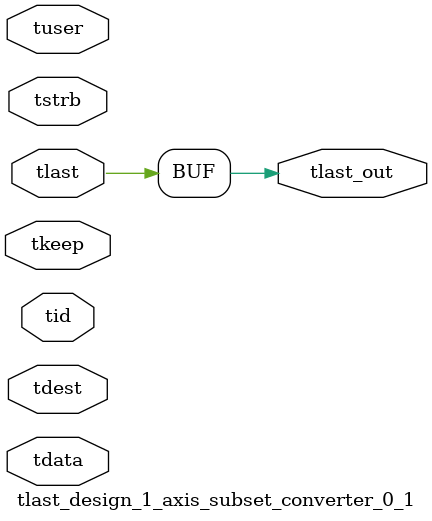
<source format=v>


`timescale 1ps/1ps

module tlast_design_1_axis_subset_converter_0_1 #
(
parameter C_S_AXIS_TID_WIDTH   = 1,
parameter C_S_AXIS_TUSER_WIDTH = 0,
parameter C_S_AXIS_TDATA_WIDTH = 0,
parameter C_S_AXIS_TDEST_WIDTH = 0
)
(
input  [(C_S_AXIS_TID_WIDTH   == 0 ? 1 : C_S_AXIS_TID_WIDTH)-1:0       ] tid,
input  [(C_S_AXIS_TDATA_WIDTH == 0 ? 1 : C_S_AXIS_TDATA_WIDTH)-1:0     ] tdata,
input  [(C_S_AXIS_TUSER_WIDTH == 0 ? 1 : C_S_AXIS_TUSER_WIDTH)-1:0     ] tuser,
input  [(C_S_AXIS_TDEST_WIDTH == 0 ? 1 : C_S_AXIS_TDEST_WIDTH)-1:0     ] tdest,
input  [(C_S_AXIS_TDATA_WIDTH/8)-1:0 ] tkeep,
input  [(C_S_AXIS_TDATA_WIDTH/8)-1:0 ] tstrb,
input  [0:0]                                                             tlast,
output                                                                   tlast_out
);

assign tlast_out = {tlast[0]};

endmodule


</source>
